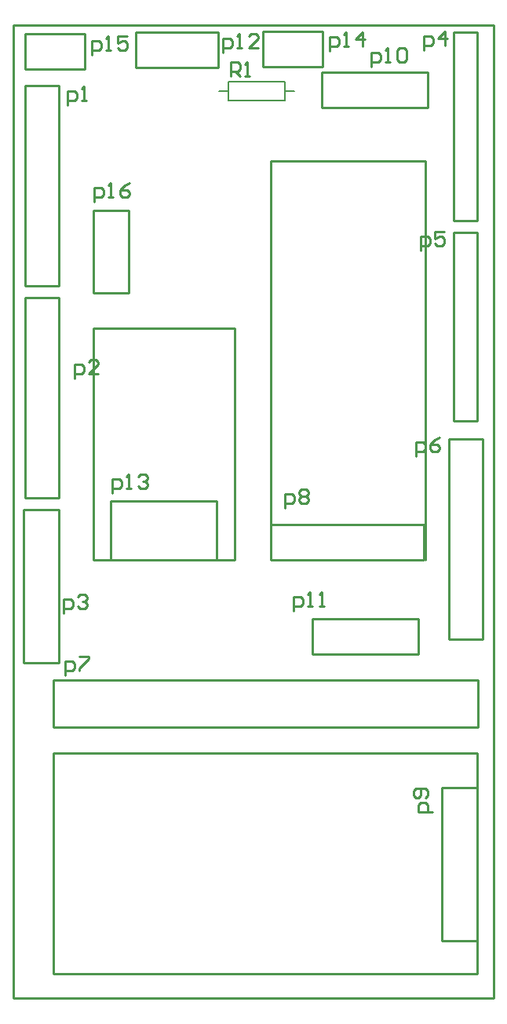
<source format=gto>
G04 Layer_Color=65535*
%FSLAX25Y25*%
%MOIN*%
G70*
G01*
G75*
%ADD16C,0.01000*%
%ADD17C,0.00787*%
D16*
X322000Y223500D02*
Y322000D01*
X382000D01*
Y223500D02*
Y322000D01*
X352000Y223500D02*
X382000D01*
X322000D02*
X352000D01*
X305000Y48000D02*
Y141500D01*
X485000D01*
X305000Y48000D02*
X485000D01*
X305000Y152500D02*
Y172500D01*
Y152500D02*
X485500D01*
Y172500D01*
X305000D02*
X485500D01*
X485000Y94500D02*
Y141500D01*
Y48000D02*
Y94500D01*
X463000Y223500D02*
Y393000D01*
X397500D02*
X463000D01*
X397500Y223500D02*
Y393000D01*
X288000Y37500D02*
X492000D01*
X288000D02*
Y141500D01*
X470000Y62000D02*
X485000D01*
Y127000D01*
X470000D02*
X485000D01*
X470000Y62000D02*
Y127000D01*
X462500Y223500D02*
Y238500D01*
X397500D02*
X462500D01*
X397500Y223500D02*
Y238500D01*
Y223500D02*
X462500D01*
X307500Y340000D02*
Y425000D01*
X293000Y340000D02*
X307500D01*
X293000D02*
Y425000D01*
X307500D01*
X415000Y183500D02*
Y198500D01*
Y183500D02*
X460000D01*
Y198500D01*
X415000D02*
X460000D01*
X485000Y367500D02*
Y447500D01*
X475000Y367500D02*
X485000D01*
X475000D02*
Y447500D01*
X485000D01*
X288000Y450500D02*
X492000D01*
Y37500D02*
Y450500D01*
X288000Y141500D02*
Y450500D01*
X485000Y282500D02*
Y362500D01*
X475000Y282500D02*
X485000D01*
X475000D02*
Y362500D01*
X485000D01*
X487500Y190000D02*
Y275000D01*
X473000Y190000D02*
X487500D01*
X473000D02*
Y275000D01*
X487500D01*
X292500Y245000D02*
X307500D01*
X292500Y180000D02*
Y245000D01*
Y180000D02*
X307500D01*
Y245000D01*
Y250000D02*
Y335000D01*
X293000Y250000D02*
X307500D01*
X293000D02*
Y335000D01*
X307500D01*
X329500Y223500D02*
Y248500D01*
Y223500D02*
X374500D01*
Y248500D01*
X329500D02*
X374500D01*
X322000Y337000D02*
Y372000D01*
X337000D01*
Y337000D02*
Y372000D01*
X322000Y337000D02*
X337000D01*
X293000Y432000D02*
Y447000D01*
Y432000D02*
X318500D01*
Y447000D01*
X293000D02*
X318500D01*
X340000Y447500D02*
X375000D01*
Y432500D02*
Y447500D01*
X340000Y432500D02*
X375000D01*
X340000D02*
Y447500D01*
X394000Y433000D02*
Y448000D01*
Y433000D02*
X419500D01*
Y448000D01*
X394000D02*
X419500D01*
X419000Y415500D02*
Y430500D01*
Y415500D02*
X464000D01*
Y430500D01*
X419000D02*
X464000D01*
X310000Y174501D02*
Y180499D01*
X312999D01*
X313999Y179499D01*
Y177500D01*
X312999Y176500D01*
X310000D01*
X315998Y182498D02*
X319997D01*
Y181498D01*
X315998Y177500D01*
Y176500D01*
X407000Y202001D02*
Y207999D01*
X409999D01*
X410999Y206999D01*
Y205000D01*
X409999Y204000D01*
X407000D01*
X412998D02*
X414997D01*
X413998D01*
Y209998D01*
X412998Y208998D01*
X417996Y204000D02*
X419996D01*
X418996D01*
Y209998D01*
X417996Y208998D01*
X440000Y433001D02*
Y438999D01*
X442999D01*
X443999Y437999D01*
Y436000D01*
X442999Y435000D01*
X440000D01*
X445998D02*
X447997D01*
X446998D01*
Y440998D01*
X445998Y439998D01*
X450996D02*
X451996Y440998D01*
X453996D01*
X454995Y439998D01*
Y436000D01*
X453996Y435000D01*
X451996D01*
X450996Y436000D01*
Y439998D01*
X461000Y355001D02*
Y360999D01*
X463999D01*
X464999Y359999D01*
Y358000D01*
X463999Y357000D01*
X461000D01*
X470997Y362998D02*
X466998D01*
Y359999D01*
X468997Y360999D01*
X469997D01*
X470997Y359999D01*
Y358000D01*
X469997Y357000D01*
X467998D01*
X466998Y358000D01*
X462500Y440001D02*
Y445999D01*
X465499D01*
X466499Y444999D01*
Y443000D01*
X465499Y442000D01*
X462500D01*
X471497D02*
Y447998D01*
X468498Y444999D01*
X472497D01*
X309500Y201001D02*
Y206999D01*
X312499D01*
X313499Y205999D01*
Y204000D01*
X312499Y203000D01*
X309500D01*
X315498Y207998D02*
X316498Y208998D01*
X318497D01*
X319497Y207998D01*
Y206999D01*
X318497Y205999D01*
X317497D01*
X318497D01*
X319497Y204999D01*
Y204000D01*
X318497Y203000D01*
X316498D01*
X315498Y204000D01*
X321500Y438001D02*
Y443999D01*
X324499D01*
X325499Y442999D01*
Y441000D01*
X324499Y440000D01*
X321500D01*
X327498D02*
X329497D01*
X328498D01*
Y445998D01*
X327498Y444998D01*
X336495Y445998D02*
X332496D01*
Y442999D01*
X334496Y443999D01*
X335495D01*
X336495Y442999D01*
Y441000D01*
X335495Y440000D01*
X333496D01*
X332496Y441000D01*
X422500Y439501D02*
Y445499D01*
X425499D01*
X426499Y444499D01*
Y442500D01*
X425499Y441500D01*
X422500D01*
X428498D02*
X430497D01*
X429498D01*
Y447498D01*
X428498Y446498D01*
X436495Y441500D02*
Y447498D01*
X433496Y444499D01*
X437495D01*
X311000Y416501D02*
Y422499D01*
X313999D01*
X314999Y421499D01*
Y419500D01*
X313999Y418500D01*
X311000D01*
X316998D02*
X318997D01*
X317998D01*
Y424498D01*
X316998Y423498D01*
X314000Y300501D02*
Y306499D01*
X316999D01*
X317999Y305499D01*
Y303500D01*
X316999Y302500D01*
X314000D01*
X323997D02*
X319998D01*
X323997Y306499D01*
Y307498D01*
X322997Y308498D01*
X320998D01*
X319998Y307498D01*
X459000Y267501D02*
Y273499D01*
X461999D01*
X462999Y272499D01*
Y270500D01*
X461999Y269500D01*
X459000D01*
X468997Y275498D02*
X466997Y274498D01*
X464998Y272499D01*
Y270500D01*
X465998Y269500D01*
X467997D01*
X468997Y270500D01*
Y271499D01*
X467997Y272499D01*
X464998D01*
X403500Y245501D02*
Y251499D01*
X406499D01*
X407499Y250499D01*
Y248500D01*
X406499Y247500D01*
X403500D01*
X409498Y252498D02*
X410498Y253498D01*
X412497D01*
X413497Y252498D01*
Y251499D01*
X412497Y250499D01*
X413497Y249499D01*
Y248500D01*
X412497Y247500D01*
X410498D01*
X409498Y248500D01*
Y249499D01*
X410498Y250499D01*
X409498Y251499D01*
Y252498D01*
X410498Y250499D02*
X412497D01*
X465999Y116500D02*
X460001D01*
Y119499D01*
X461001Y120499D01*
X463000D01*
X464000Y119499D01*
Y116500D01*
X463000Y122498D02*
X464000Y123498D01*
Y125497D01*
X463000Y126497D01*
X459002D01*
X458002Y125497D01*
Y123498D01*
X459002Y122498D01*
X460001D01*
X461001Y123498D01*
Y126497D01*
X377000Y439001D02*
Y444999D01*
X379999D01*
X380999Y443999D01*
Y442000D01*
X379999Y441000D01*
X377000D01*
X382998D02*
X384997D01*
X383998D01*
Y446998D01*
X382998Y445998D01*
X391995Y441000D02*
X387996D01*
X391995Y444999D01*
Y445998D01*
X390996Y446998D01*
X388996D01*
X387996Y445998D01*
X330000Y252001D02*
Y257999D01*
X332999D01*
X333999Y256999D01*
Y255000D01*
X332999Y254000D01*
X330000D01*
X335998D02*
X337997D01*
X336998D01*
Y259998D01*
X335998Y258998D01*
X340996D02*
X341996Y259998D01*
X343995D01*
X344995Y258998D01*
Y257999D01*
X343995Y256999D01*
X342996D01*
X343995D01*
X344995Y255999D01*
Y255000D01*
X343995Y254000D01*
X341996D01*
X340996Y255000D01*
X322500Y375501D02*
Y381499D01*
X325499D01*
X326499Y380499D01*
Y378500D01*
X325499Y377500D01*
X322500D01*
X328498D02*
X330497D01*
X329498D01*
Y383498D01*
X328498Y382498D01*
X337495Y383498D02*
X335496Y382498D01*
X333496Y380499D01*
Y378500D01*
X334496Y377500D01*
X336495D01*
X337495Y378500D01*
Y379499D01*
X336495Y380499D01*
X333496D01*
X380500Y429000D02*
Y434998D01*
X383499D01*
X384499Y433998D01*
Y431999D01*
X383499Y430999D01*
X380500D01*
X382499D02*
X384499Y429000D01*
X386498D02*
X388497D01*
X387498D01*
Y434998D01*
X386498Y433998D01*
D17*
X403500Y422500D02*
X407500D01*
X375500D02*
X379500D01*
Y418500D02*
X403500D01*
Y426500D01*
X379500D02*
X403500D01*
X379500Y418500D02*
Y426500D01*
M02*

</source>
